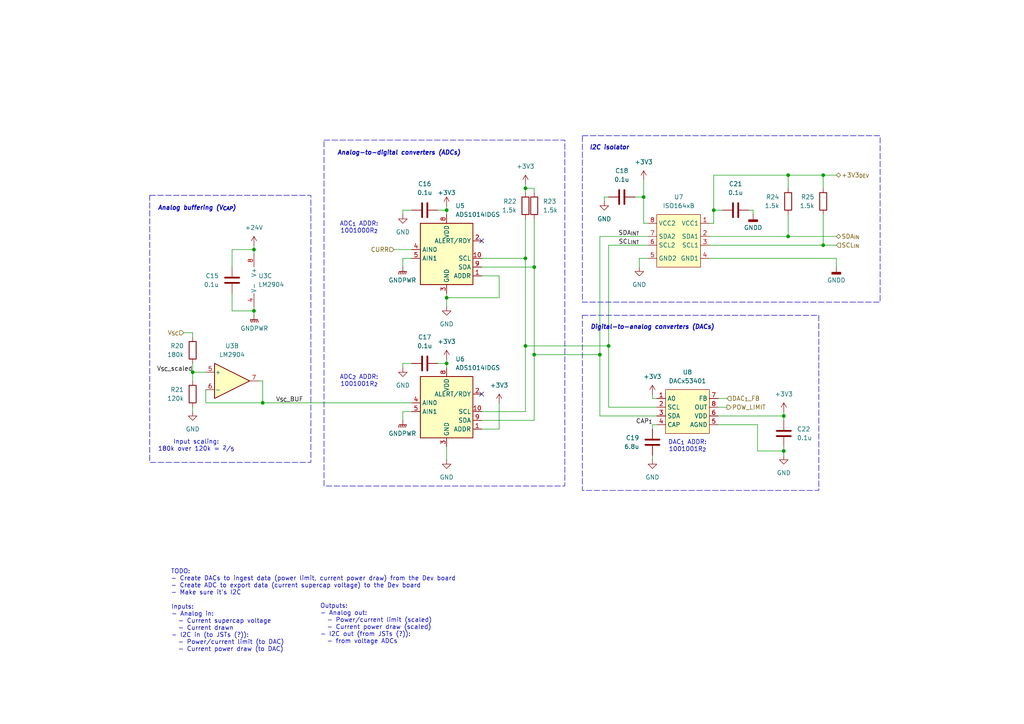
<source format=kicad_sch>
(kicad_sch (version 20231120) (generator "eeschema") (generator_version "8.0")
  (paper "A4")
  (title_block (title "Dev Board Interface") (date "2024-12-06") (rev "1") (company "UT Robomaster") (comment 1 "Robomaster"))
  (lib_symbols
    (symbol "! Robomaster ICs:DACx3401"
      (property "Reference" "U" (at 0 6.858 0))
      (property "Value" "DACx53401" (at 0 4.826 0))
      (symbol "DACx3401_1_1"
        (rectangle (start -6.35 0) (end 6.35 -12.7) (fill (type background)))
        (pin input line (at -8.89 -2.54 0) (length 2.54) (name "A0") (number "1"))
        (pin input line (at -8.89 -5.08 0) (length 2.54) (name "SCL") (number "2"))
        (pin bidirectional line (at -8.89 -7.62 0) (length 2.54) (name "SDA") (number "3"))
        (pin passive line (at -8.89 -10.16 0) (length 2.54) (name "CAP") (number "4"))
        (pin power_in line (at 8.89 -10.16 180) (length 2.54) (name "AGND") (number "5"))
        (pin power_in line (at 8.89 -7.62 180) (length 2.54) (name "VDD") (number "6"))
        (pin input line (at 8.89 -2.54 180) (length 2.54) (name "FB") (number "7"))
        (pin output line (at 8.89 -5.08 180) (length 2.54) (name "OUT") (number "8"))
      )
    )
    (symbol "! Robomaster ICs:ISO164xB"
      (property "Reference" "U" (at 0 7.366 0))
      (property "Value" "ISO164xB" (at 0 4.826 0))
      (symbol "ISO164xB_1_1"
        (rectangle (start -6.35 2.54) (end 6.35 -12.7) (fill (type background)))
        (pin power_in line (at -8.89 0 0) (length 2.54) (name "VCC1") (number "1"))
        (pin bidirectional line (at -8.89 -3.81 0) (length 2.54) (name "SDA1") (number "2"))
        (pin input line (at -8.89 -6.35 0) (length 2.54) (name "SCL1") (number "3"))
        (pin power_in line (at -8.89 -10.16 0) (length 2.54) (name "GND1") (number "4"))
        (pin power_in line (at 8.89 -10.16 180) (length 2.54) (name "GND2") (number "5"))
        (pin output line (at 8.89 -6.35 180) (length 2.54) (name "SCL2") (number "6"))
        (pin bidirectional line (at 8.89 -3.81 180) (length 2.54) (name "SDA2") (number "7"))
        (pin power_in line (at 8.89 0 180) (length 2.54) (name "VCC2") (number "8"))
      )
    )
    (symbol "Amplifier_Operational:LM2904" (pin_names (offset 0.127))
      (property "Reference" "U" (at 0 5.08 0))
      (property "Value" "LM2904" (at 0 -5.08 0))
      (symbol "LM2904_1_1"
        (polyline (pts (xy -5.08 5.08) (xy 5.08 0) (xy -5.08 -5.08) (xy -5.08 5.08)) (stroke (width 0.254)) (fill (type background)))
        (pin output line (at 7.62 0 180) (length 2.54) (name "~") (number "1"))
        (pin input line (at -7.62 -2.54 0) (length 2.54) (name "-") (number "2"))
        (pin input line (at -7.62 2.54 0) (length 2.54) (name "+") (number "3"))
      )
      (symbol "LM2904_2_1"
        (polyline (pts (xy -5.08 5.08) (xy 5.08 0) (xy -5.08 -5.08) (xy -5.08 5.08)) (stroke (width 0.254)) (fill (type background)))
        (pin input line (at -7.62 2.54 0) (length 2.54) (name "+") (number "5"))
        (pin input line (at -7.62 -2.54 0) (length 2.54) (name "-") (number "6"))
        (pin output line (at 7.62 0 180) (length 2.54) (name "~") (number "7"))
      )
      (symbol "LM2904_3_1"
        (pin power_in line (at -2.54 -7.62 90) (length 3.81) (name "V-") (number "4"))
        (pin power_in line (at -2.54 7.62 270) (length 3.81) (name "V+") (number "8"))
      )
    )
    (symbol "Analog_ADC:ADS1014IDGS"
      (property "Reference" "U" (at 2.54 13.97 0))
      (property "Value" "ADS1014IDGS" (at 7.62 11.43 0))
      (symbol "ADS1014IDGS_0_1"
        (rectangle (start -7.62 10.16) (end 7.62 -7.62) (stroke (width 0.254)) (fill (type background)))
      )
      (symbol "ADS1014IDGS_1_1"
        (pin input line (at 10.16 -5.08 180) (length 2.54) (name "ADDR") (number "1"))
        (pin input line (at 10.16 0 180) (length 2.54) (name "SCL") (number "10"))
        (pin output line (at 10.16 5.08 180) (length 2.54) (name "ALERT/RDY") (number "2"))
        (pin power_in line (at 0 -10.16 90) (length 2.54) (name "GND") (number "3"))
        (pin input line (at -10.16 2.54 0) (length 2.54) (name "AIN0") (number "4"))
        (pin input line (at -10.16 0 0) (length 2.54) (name "AIN1") (number "5"))
        (pin no_connect line (at -7.62 7.62 0) (length 2.54) hide (name "~") (number "6"))
        (pin no_connect line (at -7.62 5.08 0) (length 2.54) hide (name "~") (number "7"))
        (pin power_in line (at 0 12.7 270) (length 2.54) (name "VDD") (number "8"))
        (pin bidirectional line (at 10.16 -2.54 180) (length 2.54) (name "SDA") (number "9"))
      )
    )
    (symbol "Device:C" (pin_numbers hide) (pin_names (offset 0.254))
      (property "Reference" "C" (at 0.635 2.54 0))
      (property "Value" "C" (at 0.635 -2.54 0))
      (symbol "C_0_1"
        (polyline (pts (xy -2.032 -0.762) (xy 2.032 -0.762)) (stroke (width 0.508)))
        (polyline (pts (xy -2.032 0.762) (xy 2.032 0.762)) (stroke (width 0.508)))
      )
      (symbol "C_1_1"
        (pin passive line (at 0 3.81 270) (length 2.794) (name "~") (number "1"))
        (pin passive line (at 0 -3.81 90) (length 2.794) (name "~") (number "2"))
      )
    )
    (symbol "Device:R" (pin_numbers hide) (pin_names (offset 0))
      (property "Reference" "R" (at 2.032 0 90))
      (property "Value" "R" (at 0 0 90))
      (symbol "R_0_1"
        (rectangle (start -1.016 -2.54) (end 1.016 2.54) (stroke (width 0.254)))
      )
      (symbol "R_1_1"
        (pin passive line (at 0 3.81 270) (length 1.27) (name "~") (number "1"))
        (pin passive line (at 0 -3.81 90) (length 1.27) (name "~") (number "2"))
      )
    )
    (symbol "power:+24V" (power) (pin_numbers hide) (pin_names (offset 0) hide)
      (property "Value" "+24V" (at 0 3.556 0))
      (symbol "+24V_0_1"
        (polyline (pts (xy -0.762 1.27) (xy 0 2.54)))
        (polyline (pts (xy 0 0) (xy 0 2.54)))
        (polyline (pts (xy 0 2.54) (xy 0.762 1.27)))
      )
      (symbol "+24V_1_1"
        (pin power_in line (at 0 0 90) (length 0) (name "~") (number "1"))
      )
    )
    (symbol "power:+3V3" (power) (pin_numbers hide) (pin_names (offset 0) hide)
      (property "Value" "+3V3" (at 0 3.556 0))
      (symbol "+3V3_0_1"
        (polyline (pts (xy -0.762 1.27) (xy 0 2.54)))
        (polyline (pts (xy 0 0) (xy 0 2.54)))
        (polyline (pts (xy 0 2.54) (xy 0.762 1.27)))
      )
      (symbol "+3V3_1_1"
        (pin power_in line (at 0 0 90) (length 0) (name "~") (number "1"))
      )
    )
    (symbol "power:GND" (power) (pin_numbers hide) (pin_names (offset 0) hide)
      (property "Value" "GND" (at 0 -3.81 0))
      (symbol "GND_0_1"
        (polyline (pts (xy 0 0) (xy 0 -1.27) (xy 1.27 -1.27) (xy 0 -2.54) (xy -1.27 -1.27) (xy 0 -1.27)))
      )
      (symbol "GND_1_1"
        (pin power_in line (at 0 0 270) (length 0) (name "~") (number "1"))
      )
    )
    (symbol "power:GNDD" (power) (pin_numbers hide) (pin_names (offset 0) hide)
      (property "Value" "GNDD" (at 0 -3.175 0))
      (symbol "GNDD_0_1"
        (rectangle (start -1.27 -1.524) (end 1.27 -2.032) (stroke (width 0.254)) (fill (type outline)))
        (polyline (pts (xy 0 0) (xy 0 -1.524)))
      )
      (symbol "GNDD_1_1"
        (pin power_in line (at 0 0 270) (length 0) (name "~") (number "1"))
      )
    )
    (symbol "power:GNDPWR" (power) (pin_numbers hide) (pin_names (offset 0) hide)
      (property "Value" "GNDPWR" (at 0 -3.302 0))
      (symbol "GNDPWR_0_1"
        (polyline (pts (xy 0 -1.27) (xy 0 0)))
        (polyline (pts (xy -1.016 -1.27) (xy -1.27 -2.032) (xy -1.27 -2.032)) (stroke (width 0.2032)))
        (polyline (pts (xy -0.508 -1.27) (xy -0.762 -2.032) (xy -0.762 -2.032)) (stroke (width 0.2032)))
        (polyline (pts (xy 0 -1.27) (xy -0.254 -2.032) (xy -0.254 -2.032)) (stroke (width 0.2032)))
        (polyline (pts (xy 0.508 -1.27) (xy 0.254 -2.032) (xy 0.254 -2.032)) (stroke (width 0.2032)))
        (polyline (pts (xy 1.016 -1.27) (xy -1.016 -1.27) (xy -1.016 -1.27)) (stroke (width 0.2032)))
        (polyline (pts (xy 1.016 -1.27) (xy 0.762 -2.032) (xy 0.762 -2.032) (xy 0.762 -2.032)) (stroke (width 0.2032)))
      )
      (symbol "GNDPWR_1_1"
        (pin power_in line (at 0 0 270) (length 0) (name "~") (number "1"))
      )
    )
  )
  (junction (at 154.94 77.47))
  (junction (at 238.76 50.8))
  (junction (at 152.4 100.33))
  (junction (at 154.94 102.87))
  (junction (at 73.66 90.17))
  (junction (at 186.69 57.15))
  (junction (at 228.6 50.8))
  (junction (at 76.2 116.84))
  (junction (at 129.54 86.36))
  (junction (at 152.4 54.61))
  (junction (at 55.88 107.95))
  (junction (at 227.33 130.81))
  (junction (at 238.76 71.12))
  (junction (at 129.54 60.96))
  (junction (at 176.53 100.33))
  (junction (at 129.54 105.41))
  (junction (at 152.4 74.93))
  (junction (at 207.01 60.96))
  (junction (at 73.66 72.39))
  (junction (at 173.99 102.87))
  (junction (at 228.6 68.58))
  (junction (at 227.33 120.65))
  (no_connect (at 139.7 69.85))
  (no_connect (at 139.7 114.3))
  (wire (pts (xy 144.78 80.01) (xy 144.78 86.36)))
  (wire (pts (xy 129.54 105.41) (xy 129.54 106.68)))
  (wire (pts (xy 207.01 64.77) (xy 205.74 64.77)))
  (wire (pts (xy 219.71 123.19) (xy 219.71 130.81)))
  (wire (pts (xy 173.99 102.87) (xy 154.94 102.87)))
  (wire (pts (xy 119.38 119.38) (xy 116.84 119.38)))
  (wire (pts (xy 189.23 114.3) (xy 189.23 115.57)))
  (wire (pts (xy 205.74 71.12) (xy 238.76 71.12)))
  (wire (pts (xy 73.66 72.39) (xy 67.31 72.39)))
  (wire (pts (xy 176.53 118.11) (xy 190.5 118.11)))
  (wire (pts (xy 228.6 50.8) (xy 238.76 50.8)))
  (wire (pts (xy 139.7 80.01) (xy 144.78 80.01)))
  (wire (pts (xy 152.4 53.34) (xy 152.4 54.61)))
  (wire (pts (xy 227.33 130.81) (xy 227.33 132.08)))
  (wire (pts (xy 152.4 100.33) (xy 176.53 100.33)))
  (wire (pts (xy 228.6 50.8) (xy 228.6 54.61)))
  (wire (pts (xy 76.2 116.84) (xy 119.38 116.84)))
  (wire (pts (xy 189.23 115.57) (xy 190.5 115.57)))
  (wire (pts (xy 186.69 52.07) (xy 186.69 57.15)))
  (wire (pts (xy 119.38 105.41) (xy 116.84 105.41)))
  (wire (pts (xy 116.84 119.38) (xy 116.84 121.92)))
  (wire (pts (xy 186.69 64.77) (xy 187.96 64.77)))
  (wire (pts (xy 208.28 118.11) (xy 210.82 118.11)))
  (wire (pts (xy 129.54 59.69) (xy 129.54 60.96)))
  (wire (pts (xy 186.69 57.15) (xy 186.69 64.77)))
  (wire (pts (xy 185.42 74.93) (xy 185.42 77.47)))
  (wire (pts (xy 176.53 57.15) (xy 175.26 57.15)))
  (wire (pts (xy 67.31 90.17) (xy 73.66 90.17)))
  (wire (pts (xy 73.66 88.9) (xy 73.66 90.17)))
  (wire (pts (xy 73.66 72.39) (xy 73.66 73.66)))
  (wire (pts (xy 207.01 50.8) (xy 207.01 60.96)))
  (wire (pts (xy 173.99 120.65) (xy 190.5 120.65)))
  (wire (pts (xy 53.34 96.52) (xy 55.88 96.52)))
  (wire (pts (xy 208.28 115.57) (xy 210.82 115.57)))
  (wire (pts (xy 116.84 74.93) (xy 116.84 77.47)))
  (wire (pts (xy 207.01 60.96) (xy 209.55 60.96)))
  (wire (pts (xy 152.4 54.61) (xy 152.4 55.88)))
  (wire (pts (xy 189.23 124.46) (xy 189.23 123.19)))
  (wire (pts (xy 152.4 100.33) (xy 152.4 119.38)))
  (wire (pts (xy 154.94 63.5) (xy 154.94 77.47)))
  (wire (pts (xy 189.23 123.19) (xy 190.5 123.19)))
  (wire (pts (xy 242.57 77.47) (xy 242.57 74.93)))
  (wire (pts (xy 129.54 85.09) (xy 129.54 86.36)))
  (wire (pts (xy 187.96 71.12) (xy 176.53 71.12)))
  (wire (pts (xy 154.94 102.87) (xy 154.94 121.92)))
  (wire (pts (xy 59.69 113.03) (xy 59.69 116.84)))
  (wire (pts (xy 176.53 100.33) (xy 176.53 118.11)))
  (wire (pts (xy 55.88 118.11) (xy 55.88 119.38)))
  (wire (pts (xy 218.44 60.96) (xy 218.44 62.23)))
  (wire (pts (xy 139.7 77.47) (xy 154.94 77.47)))
  (wire (pts (xy 152.4 119.38) (xy 139.7 119.38)))
  (wire (pts (xy 208.28 120.65) (xy 227.33 120.65)))
  (wire (pts (xy 67.31 72.39) (xy 67.31 77.47)))
  (wire (pts (xy 208.28 123.19) (xy 219.71 123.19)))
  (wire (pts (xy 139.7 74.93) (xy 152.4 74.93)))
  (wire (pts (xy 152.4 63.5) (xy 152.4 74.93)))
  (wire (pts (xy 227.33 120.65) (xy 227.33 121.92)))
  (wire (pts (xy 154.94 54.61) (xy 154.94 55.88)))
  (wire (pts (xy 129.54 105.41) (xy 127 105.41)))
  (wire (pts (xy 55.88 107.95) (xy 55.88 110.49)))
  (wire (pts (xy 154.94 121.92) (xy 139.7 121.92)))
  (wire (pts (xy 186.69 57.15) (xy 184.15 57.15)))
  (wire (pts (xy 176.53 71.12) (xy 176.53 100.33)))
  (wire (pts (xy 207.01 60.96) (xy 207.01 64.77)))
  (wire (pts (xy 238.76 50.8) (xy 242.57 50.8)))
  (wire (pts (xy 116.84 60.96) (xy 116.84 62.23)))
  (wire (pts (xy 76.2 116.84) (xy 76.2 110.49)))
  (wire (pts (xy 227.33 119.38) (xy 227.33 120.65)))
  (wire (pts (xy 55.88 107.95) (xy 59.69 107.95)))
  (wire (pts (xy 55.88 105.41) (xy 55.88 107.95)))
  (wire (pts (xy 242.57 74.93) (xy 205.74 74.93)))
  (wire (pts (xy 55.88 96.52) (xy 55.88 97.79)))
  (wire (pts (xy 129.54 86.36) (xy 129.54 88.9)))
  (wire (pts (xy 228.6 68.58) (xy 242.57 68.58)))
  (wire (pts (xy 189.23 132.08) (xy 189.23 133.35)))
  (wire (pts (xy 228.6 62.23) (xy 228.6 68.58)))
  (wire (pts (xy 207.01 50.8) (xy 228.6 50.8)))
  (wire (pts (xy 119.38 60.96) (xy 116.84 60.96)))
  (wire (pts (xy 59.69 116.84) (xy 76.2 116.84)))
  (wire (pts (xy 144.78 116.84) (xy 144.78 124.46)))
  (wire (pts (xy 76.2 110.49) (xy 74.93 110.49)))
  (wire (pts (xy 238.76 50.8) (xy 238.76 54.61)))
  (wire (pts (xy 154.94 77.47) (xy 154.94 102.87)))
  (wire (pts (xy 238.76 62.23) (xy 238.76 71.12)))
  (wire (pts (xy 173.99 68.58) (xy 173.99 102.87)))
  (wire (pts (xy 129.54 104.14) (xy 129.54 105.41)))
  (wire (pts (xy 205.74 68.58) (xy 228.6 68.58)))
  (wire (pts (xy 144.78 86.36) (xy 129.54 86.36)))
  (wire (pts (xy 187.96 74.93) (xy 185.42 74.93)))
  (wire (pts (xy 152.4 54.61) (xy 154.94 54.61)))
  (wire (pts (xy 227.33 129.54) (xy 227.33 130.81)))
  (wire (pts (xy 173.99 102.87) (xy 173.99 120.65)))
  (wire (pts (xy 114.3 72.39) (xy 119.38 72.39)))
  (wire (pts (xy 152.4 100.33) (xy 152.4 74.93)))
  (wire (pts (xy 119.38 74.93) (xy 116.84 74.93)))
  (wire (pts (xy 217.17 60.96) (xy 218.44 60.96)))
  (wire (pts (xy 73.66 71.12) (xy 73.66 72.39)))
  (wire (pts (xy 73.66 90.17) (xy 73.66 91.44)))
  (wire (pts (xy 173.99 68.58) (xy 187.96 68.58)))
  (wire (pts (xy 139.7 124.46) (xy 144.78 124.46)))
  (wire (pts (xy 129.54 60.96) (xy 127 60.96)))
  (wire (pts (xy 129.54 60.96) (xy 129.54 62.23)))
  (wire (pts (xy 67.31 85.09) (xy 67.31 90.17)))
  (wire (pts (xy 219.71 130.81) (xy 227.33 130.81)))
  (wire (pts (xy 129.54 129.54) (xy 129.54 133.35)))
  (wire (pts (xy 116.84 105.41) (xy 116.84 106.68)))
  (wire (pts (xy 175.26 57.15) (xy 175.26 58.42)))
  (wire (pts (xy 238.76 71.12) (xy 242.57 71.12)))
  (rectangle (start 93.98 40.64) (end 163.83 140.97) (stroke (width 0) (type dash)))
  (rectangle (start 255.27 39.37) (end 168.91 87.63) (stroke (width 0) (type dash)))
  (rectangle (start 43.434 56.642) (end 90.17 134.112) (stroke (width 0) (type dash)))
  (rectangle (start 168.91 91.44) (end 237.49 142.24) (stroke (width 0) (type dash)))
  (text "Input scaling:\n180k over 120k = ^{2}/_{5}" (at 56.896 129.286 0) (effects (font (size 1.27 1.27))))
  (text "I2C isolator" (at 170.942 42.164 0) (effects (font (size 1.27 1.27) (thickness 0.254) (bold yes) (italic yes)) (justify left top)))
  (text "TODO:\n- Create DACs to ingest data (power limit, current power draw) from the Dev board\n- Create ADC to export data (current supercap voltage) to the Dev board\n- Make sure it's I2C" (at 49.53 165.1 0) (effects (font (size 1.27 1.27)) (justify left top)))
  (text "Inputs:\n- Analog in:\n  - Current supercap voltage\n  - Current drawn\n- I2C in (to JSTs (?)):\n  - Power/current limit (to DAC)\n  - Current power draw (to DAC)" (at 49.657 175.387 0) (effects (font (size 1.27 1.27)) (justify left top)))
  (text "ADC_{2} ADDR:\n1001001R_{2}" (at 104.14 110.49 0) (effects (font (size 1.27 1.27))))
  (text "Outputs:\n- Analog out:\n  - Power/current limit (scaled)\n  - Current power draw (scaled)\n- I2C out (from JSTs (?)):\n  - from voltage ADCs" (at 92.837 175.133 0) (effects (font (size 1.27 1.27)) (justify left top)))
  (text "Digital-to-analog converters (DACs)" (at 171.196 94.234 0) (effects (font (size 1.27 1.27) (thickness 0.254) (bold yes) (italic yes)) (justify left top)))
  (text "DAC_{1} ADDR:\n1001001R_{2}" (at 199.39 127.635 0) (effects (font (size 1.27 1.27)) (justify top)))
  (text "Analog-to-digital converters (ADCs)" (at 97.79 43.688 0) (effects (font (size 1.27 1.27) (thickness 0.254) (bold yes) (italic yes)) (justify left top)))
  (text "Analog buffering (V_{CAP})" (at 45.72 59.69 0) (effects (font (size 1.27 1.27) (thickness 0.254) (bold yes) (italic yes)) (justify left top)))
  (text "ADC_{1} ADDR:\n1001000R_{2}" (at 104.14 66.04 0) (effects (font (size 1.27 1.27))))
  (label "CAP_{1}" (at 189.23 123.19 180))
  (label "V_{SC}_scaled" (at 55.88 107.95 180))
  (label "V_{SC}_BUF" (at 80.01 116.84 0))
  (label "SCL_{INT}" (at 185.42 71.12 180))
  (label "SDA_{INT}" (at 185.42 68.58 180))
  (hierarchical_label "POW_LIMIT" (shape output) (at 210.82 118.11 0))
  (hierarchical_label "V_{SC}" (shape input) (at 53.34 96.52 180))
  (hierarchical_label "+3V3_{DEV}" (shape bidirectional) (at 242.57 50.8 0))
  (hierarchical_label "CURR" (shape input) (at 114.3 72.39 180))
  (hierarchical_label "SDA_{IN}" (shape bidirectional) (at 242.57 68.58 0))
  (hierarchical_label "DAC_{1}_FB" (shape input) (at 210.82 115.57 0))
  (hierarchical_label "SCL_{IN}" (shape input) (at 242.57 71.12 0))
  (symbol (lib_id "Analog_ADC:ADS1014IDGS") (at 129.54 119.38 0) (unit 1)
    (property "Reference" "U6" (at 132.08 104.14 0) (effects (justify left)))
    (property "Value" "ADS1014IDGS" (at 132.08 106.68 0) (effects (justify left)))
    (property "Footprint" "Package_SO:TSSOP-10_3x3mm_P0.5mm" (effects (hide yes)))
    (property "Datasheet" "http://www.ti.com/lit/ds/symlink/ads1015.pdf" (effects (hide yes)))
    (property "Description" "Ultra-Small, Low-Power, I2C-Compatible, 3.3-kSPS, 12-Bit ADCs With Internal Reference, Oscillator, and Programmable Comparator, VSSOP-10" (effects (hide yes)))
  )
  (symbol (lib_id "power:GND") (at 185.42 77.47 0) (unit 1)
    (property "Reference" "#PWR048" (effects (hide yes)))
    (property "Value" "GND" (at 185.42 82.55 0))
    (property "Description" "Power symbol creates a global label with name \"GND\" , ground" (effects (hide yes)))
  )
  (symbol (lib_id "power:GND") (at 129.54 133.35 0) (unit 1)
    (property "Reference" "#PWR043" (effects (hide yes)))
    (property "Value" "GND" (at 129.54 138.43 0))
    (property "Description" "Power symbol creates a global label with name \"GND\" , ground" (effects (hide yes)))
  )
  (symbol (lib_id "power:GND") (at 129.54 88.9 0) (unit 1)
    (property "Reference" "#PWR041" (effects (hide yes)))
    (property "Value" "GND" (at 129.54 93.98 0))
    (property "Description" "Power symbol creates a global label with name \"GND\" , ground" (effects (hide yes)))
  )
  (symbol (lib_id "Device:C") (at 213.36 60.96 270) (mirror x) (unit 1)
    (property "Reference" "C21" (at 213.36 53.34 90))
    (property "Value" "0.1u" (at 213.36 55.88 90))
    (property "Footprint" "Capacitor_SMD:C_0603_1608Metric_Pad1.08x0.95mm_HandSolder" (effects (hide yes)))
    (property "Description" "Unpolarized capacitor" (effects (hide yes)))
  )
  (symbol (lib_id "power:GNDD") (at 218.44 62.23 0) (unit 1)
    (property "Reference" "#PWR052" (effects (hide yes)))
    (property "Value" "GNDD" (at 218.44 66.04 0))
    (property "Description" "Power symbol creates a global label with name \"GNDD\" , digital ground" (effects (hide yes)))
  )
  (symbol (lib_id "power:+3V3") (at 152.4 53.34 0) (unit 1)
    (property "Reference" "#PWR045" (effects (hide yes)))
    (property "Value" "+3V3" (at 152.4 48.26 0))
    (property "Description" "Power symbol creates a global label with name \"+3V3\"" (effects (hide yes)))
  )
  (symbol (lib_id "Device:R") (at 152.4 59.69 0) (mirror y) (unit 1)
    (property "Reference" "R22" (at 149.86 58.4199 0) (effects (justify left)))
    (property "Value" "1.5k" (at 149.86 60.9599 0) (effects (justify left)))
    (property "Footprint" "Resistor_SMD:R_0603_1608Metric_Pad0.98x0.95mm_HandSolder" (effects (hide yes)))
    (property "Description" "Resistor" (effects (hide yes)))
  )
  (symbol (lib_id "power:GND") (at 116.84 62.23 0) (unit 1)
    (property "Reference" "#PWR036" (effects (hide yes)))
    (property "Value" "GND" (at 116.84 67.31 0))
    (property "Description" "Power symbol creates a global label with name \"GND\" , ground" (effects (hide yes)))
  )
  (symbol (lib_id "power:+3V3") (at 129.54 59.69 0) (unit 1)
    (property "Reference" "#PWR040" (effects (hide yes)))
    (property "Value" "+3V3" (at 129.54 55.88 0))
    (property "Description" "Power symbol creates a global label with name \"+3V3\"" (effects (hide yes)))
  )
  (symbol (lib_id "! Robomaster ICs:DACx3401") (at 199.39 113.03 0) (unit 1)
    (property "Reference" "U8" (at 199.39 107.95 0))
    (property "Value" "DACx53401" (at 199.39 110.49 0))
    (property "Footprint" "Package_SON:WSON-8-1EP_2x2mm_P0.5mm_EP0.9x1.6mm" (effects (hide yes)))
    (property "Datasheet" "https://www.ti.com/lit/gpn/dac43401" (effects (hide yes)))
    (property "Description" "8-bit 1-channel voltage-output smart DAC with Hi-Z, EEPROM, waveform generator and comparator" (effects (hide yes)))
  )
  (symbol (lib_id "Device:C") (at 189.23 128.27 0) (mirror y) (unit 1)
    (property "Reference" "C19" (at 185.42 126.9999 0) (effects (justify left)))
    (property "Value" "6.8u" (at 185.42 129.5399 0) (effects (justify left)))
    (property "Footprint" "Capacitor_SMD:C_0603_1608Metric_Pad1.08x0.95mm_HandSolder" (effects (hide yes)))
    (property "Description" "Unpolarized capacitor" (effects (hide yes)))
  )
  (symbol (lib_id "Device:C") (at 67.31 81.28 0) (mirror x) (unit 1)
    (property "Reference" "C15" (at 63.5 80.0099 0) (effects (justify right)))
    (property "Value" "0.1u" (at 63.5 82.5499 0) (effects (justify right)))
    (property "Footprint" "Capacitor_SMD:C_0603_1608Metric_Pad1.08x0.95mm_HandSolder" (effects (hide yes)))
    (property "Description" "Unpolarized capacitor" (effects (hide yes)))
  )
  (symbol (lib_id "Device:C") (at 180.34 57.15 270) (mirror x) (unit 1)
    (property "Reference" "C18" (at 180.34 49.53 90))
    (property "Value" "0.1u" (at 180.34 52.07 90))
    (property "Footprint" "Capacitor_SMD:C_0603_1608Metric_Pad1.08x0.95mm_HandSolder" (effects (hide yes)))
    (property "Description" "Unpolarized capacitor" (effects (hide yes)))
  )
  (symbol (lib_id "power:+3V3") (at 129.54 104.14 0) (unit 1)
    (property "Reference" "#PWR042" (effects (hide yes)))
    (property "Value" "+3V3" (at 129.54 99.06 0))
    (property "Description" "Power symbol creates a global label with name \"+3V3\"" (effects (hide yes)))
  )
  (symbol (lib_id "Analog_ADC:ADS1014IDGS") (at 129.54 74.93 0) (unit 1)
    (property "Reference" "U5" (at 132.08 59.69 0) (effects (justify left)))
    (property "Value" "ADS1014IDGS" (at 132.08 62.23 0) (effects (justify left)))
    (property "Footprint" "Package_SO:TSSOP-10_3x3mm_P0.5mm" (effects (hide yes)))
    (property "Datasheet" "http://www.ti.com/lit/ds/symlink/ads1015.pdf" (effects (hide yes)))
    (property "Description" "Ultra-Small, Low-Power, I2C-Compatible, 3.3-kSPS, 12-Bit ADCs With Internal Reference, Oscillator, and Programmable Comparator, VSSOP-10" (effects (hide yes)))
  )
  (symbol (lib_id "Device:R") (at 154.94 59.69 0) (unit 1)
    (property "Reference" "R23" (at 157.48 58.4199 0) (effects (justify left)))
    (property "Value" "1.5k" (at 157.48 60.9599 0) (effects (justify left)))
    (property "Footprint" "Resistor_SMD:R_0603_1608Metric_Pad0.98x0.95mm_HandSolder" (effects (hide yes)))
    (property "Description" "Resistor" (effects (hide yes)))
  )
  (symbol (lib_id "power:GNDPWR") (at 73.66 91.44 0) (mirror y) (unit 1)
    (property "Reference" "#PWR035" (effects (hide yes)))
    (property "Value" "GNDPWR" (at 73.787 95.25 0))
    (property "Description" "Power symbol creates a global label with name \"GNDPWR\" , global ground" (effects (hide yes)))
  )
  (symbol (lib_id "power:+3V3") (at 144.78 116.84 0) (unit 1)
    (property "Reference" "#PWR044" (effects (hide yes)))
    (property "Value" "+3V3" (at 144.78 111.76 0))
    (property "Description" "Power symbol creates a global label with name \"+3V3\"" (effects (hide yes)))
  )
  (symbol (lib_id "power:+24V") (at 73.66 71.12 0) (unit 1)
    (property "Reference" "#PWR034" (effects (hide yes)))
    (property "Value" "+24V" (at 73.66 66.04 0))
    (property "Description" "Power symbol creates a global label with name \"+24V\"" (effects (hide yes)))
  )
  (symbol (lib_id "power:+3V3") (at 227.33 119.38 0) (mirror y) (unit 1)
    (property "Reference" "#PWR053" (effects (hide yes)))
    (property "Value" "+3V3" (at 227.33 114.3 0))
    (property "Description" "Power symbol creates a global label with name \"+3V3\"" (effects (hide yes)))
  )
  (symbol (lib_id "power:+3V3") (at 189.23 114.3 0) (mirror y) (unit 1)
    (property "Reference" "#PWR050" (effects (hide yes)))
    (property "Value" "+3V3" (at 189.23 109.22 0))
    (property "Description" "Power symbol creates a global label with name \"+3V3\"" (effects (hide yes)))
  )
  (symbol (lib_id "power:GND") (at 189.23 133.35 0) (mirror y) (unit 1)
    (property "Reference" "#PWR051" (effects (hide yes)))
    (property "Value" "GND" (at 189.23 138.43 0))
    (property "Description" "Power symbol creates a global label with name \"GND\" , ground" (effects (hide yes)))
  )
  (symbol (lib_id "Device:C") (at 123.19 105.41 90) (mirror x) (unit 1)
    (property "Reference" "C17" (at 123.19 97.79 90))
    (property "Value" "0.1u" (at 123.19 100.33 90))
    (property "Footprint" "Capacitor_SMD:C_0603_1608Metric_Pad1.08x0.95mm_HandSolder" (effects (hide yes)))
    (property "Description" "Unpolarized capacitor" (effects (hide yes)))
  )
  (symbol (lib_id "power:GND") (at 175.26 58.42 0) (unit 1)
    (property "Reference" "#PWR046" (effects (hide yes)))
    (property "Value" "GND" (at 175.26 63.5 0))
    (property "Description" "Power symbol creates a global label with name \"GND\" , ground" (effects (hide yes)))
  )
  (symbol (lib_id "Device:R") (at 228.6 58.42 0) (mirror y) (unit 1)
    (property "Reference" "R24" (at 226.06 57.1499 0) (effects (justify left)))
    (property "Value" "1.5k" (at 226.06 59.6899 0) (effects (justify left)))
    (property "Footprint" "Resistor_SMD:R_0603_1608Metric_Pad0.98x0.95mm_HandSolder" (effects (hide yes)))
    (property "Description" "Resistor" (effects (hide yes)))
  )
  (symbol (lib_id "power:GND") (at 55.88 119.38 0) (unit 1)
    (property "Reference" "#PWR033" (effects (hide yes)))
    (property "Value" "GND" (at 55.88 124.46 0))
    (property "Description" "Power symbol creates a global label with name \"GND\" , ground" (effects (hide yes)))
  )
  (symbol (lib_id "Device:R") (at 55.88 114.3 0) (unit 1)
    (property "Reference" "R21" (at 53.34 113.0299 0) (effects (justify right)))
    (property "Value" "120k" (at 53.34 115.5699 0) (effects (justify right)))
    (property "Footprint" "Resistor_SMD:R_0603_1608Metric_Pad0.98x0.95mm_HandSolder" (effects (hide yes)))
    (property "Description" "Resistor" (effects (hide yes)))
  )
  (symbol (lib_id "Device:R") (at 55.88 101.6 0) (unit 1)
    (property "Reference" "R20" (at 53.34 100.3299 0) (effects (justify right)))
    (property "Value" "180k" (at 53.34 102.8699 0) (effects (justify right)))
    (property "Footprint" "Resistor_SMD:R_0603_1608Metric_Pad0.98x0.95mm_HandSolder" (effects (hide yes)))
    (property "Description" "Resistor" (effects (hide yes)))
  )
  (symbol (lib_id "power:+3V3") (at 186.69 52.07 0) (unit 1)
    (property "Reference" "#PWR049" (effects (hide yes)))
    (property "Value" "+3V3" (at 186.69 46.99 0))
    (property "Description" "Power symbol creates a global label with name \"+3V3\"" (effects (hide yes)))
  )
  (symbol (lib_id "! Robomaster ICs:ISO164xB") (at 196.85 64.77 0) (mirror y) (unit 1)
    (property "Reference" "U7" (at 196.85 57.15 0))
    (property "Value" "ISO164xB" (at 196.85 59.69 0))
    (property "Footprint" "Package_SO:SOIC-8_3.9x4.9mm_P1.27mm" (effects (hide yes)))
    (property "Datasheet" "https://www.ti.com/lit/gpn/iso1640" (effects (hide yes)))
    (property "Description" "Hot-swappable, robust-EMC bidirectional I2C isolator with bidirectional clock" (effects (hide yes)))
  )
  (symbol (lib_id "power:GND") (at 116.84 106.68 0) (unit 1)
    (property "Reference" "#PWR038" (effects (hide yes)))
    (property "Value" "GND" (at 116.84 111.76 0))
    (property "Description" "Power symbol creates a global label with name \"GND\" , ground" (effects (hide yes)))
  )
  (symbol (lib_id "power:GND") (at 227.33 132.08 0) (mirror y) (unit 1)
    (property "Reference" "#PWR054" (effects (hide yes)))
    (property "Value" "GND" (at 227.33 137.16 0))
    (property "Description" "Power symbol creates a global label with name \"GND\" , ground" (effects (hide yes)))
  )
  (symbol (lib_id "power:GNDD") (at 242.57 77.47 0) (unit 1)
    (property "Reference" "#PWR057" (effects (hide yes)))
    (property "Value" "GNDD" (at 242.57 81.28 0))
    (property "Description" "Power symbol creates a global label with name \"GNDD\" , digital ground" (effects (hide yes)))
  )
  (symbol (lib_id "power:GNDPWR") (at 116.84 77.47 0) (unit 1)
    (property "Reference" "#PWR037" (effects (hide yes)))
    (property "Value" "GNDPWR" (at 116.713 81.28 0))
    (property "Description" "Power symbol creates a global label with name \"GNDPWR\" , global ground" (effects (hide yes)))
  )
  (symbol (lib_id "Device:C") (at 227.33 125.73 180) (unit 1)
    (property "Reference" "C22" (at 231.14 124.4599 0) (effects (justify right)))
    (property "Value" "0.1u" (at 231.14 126.9999 0) (effects (justify right)))
    (property "Footprint" "Capacitor_SMD:C_0603_1608Metric_Pad1.08x0.95mm_HandSolder" (effects (hide yes)))
    (property "Description" "Unpolarized capacitor" (effects (hide yes)))
  )
  (symbol (lib_id "Device:C") (at 123.19 60.96 90) (mirror x) (unit 1)
    (property "Reference" "C16" (at 123.19 53.34 90))
    (property "Value" "0.1u" (at 123.19 55.88 90))
    (property "Footprint" "Capacitor_SMD:C_0603_1608Metric_Pad1.08x0.95mm_HandSolder" (effects (hide yes)))
    (property "Description" "Unpolarized capacitor" (effects (hide yes)))
  )
  (symbol (lib_id "Amplifier_Operational:LM2904") (at 76.2 81.28 0) (unit 3)
    (property "Reference" "U3" (at 74.93 80.0099 0) (effects (justify left)))
    (property "Value" "LM2904" (at 74.93 82.5499 0) (effects (justify left)))
    (property "Datasheet" "http://www.ti.com/lit/ds/symlink/lm358.pdf" (effects (hide yes)))
    (property "Description" "Dual Operational Amplifiers, DIP-8/SOIC-8/TSSOP-8/VSSOP-8" (effects (hide yes)))
  )
  (symbol (lib_id "Device:R") (at 238.76 58.42 0) (mirror y) (unit 1)
    (property "Reference" "R25" (at 236.22 57.1499 0) (effects (justify left)))
    (property "Value" "1.5k" (at 236.22 59.6899 0) (effects (justify left)))
    (property "Footprint" "Resistor_SMD:R_0603_1608Metric_Pad0.98x0.95mm_HandSolder" (effects (hide yes)))
    (property "Description" "Resistor" (effects (hide yes)))
  )
  (symbol (lib_id "Amplifier_Operational:LM2904") (at 67.31 110.49 0) (unit 2)
    (property "Reference" "U3" (at 67.31 100.33 0))
    (property "Value" "LM2904" (at 67.31 102.87 0))
    (property "Datasheet" "http://www.ti.com/lit/ds/symlink/lm358.pdf" (effects (hide yes)))
    (property "Description" "Dual Operational Amplifiers, DIP-8/SOIC-8/TSSOP-8/VSSOP-8" (effects (hide yes)))
  )
  (symbol (lib_id "power:GNDPWR") (at 116.84 121.92 0) (unit 1)
    (property "Reference" "#PWR039" (effects (hide yes)))
    (property "Value" "GNDPWR" (at 116.713 125.73 0))
    (property "Description" "Power symbol creates a global label with name \"GNDPWR\" , global ground" (effects (hide yes)))
  )
)
</source>
